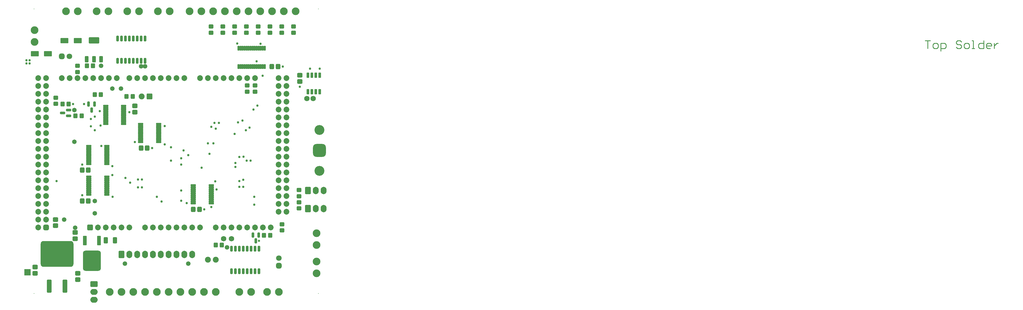
<source format=gts>
G04 Layer_Color=8388736*
%FSLAX25Y25*%
%MOIN*%
G70*
G01*
G75*
%ADD30C,0.01000*%
%ADD76R,0.08000X0.08000*%
G04:AMPARAMS|DCode=77|XSize=67.06mil|YSize=25.72mil|CornerRadius=6.22mil|HoleSize=0mil|Usage=FLASHONLY|Rotation=180.000|XOffset=0mil|YOffset=0mil|HoleType=Round|Shape=RoundedRectangle|*
%AMROUNDEDRECTD77*
21,1,0.06706,0.01329,0,0,180.0*
21,1,0.05463,0.02572,0,0,180.0*
1,1,0.01243,-0.02731,0.00664*
1,1,0.01243,0.02731,0.00664*
1,1,0.01243,0.02731,-0.00664*
1,1,0.01243,-0.02731,-0.00664*
%
%ADD77ROUNDEDRECTD77*%
G04:AMPARAMS|DCode=78|XSize=25.72mil|YSize=63.12mil|CornerRadius=8.43mil|HoleSize=0mil|Usage=FLASHONLY|Rotation=0.000|XOffset=0mil|YOffset=0mil|HoleType=Round|Shape=RoundedRectangle|*
%AMROUNDEDRECTD78*
21,1,0.02572,0.04626,0,0,0.0*
21,1,0.00886,0.06312,0,0,0.0*
1,1,0.01686,0.00443,-0.02313*
1,1,0.01686,-0.00443,-0.02313*
1,1,0.01686,-0.00443,0.02313*
1,1,0.01686,0.00443,0.02313*
%
%ADD78ROUNDEDRECTD78*%
G04:AMPARAMS|DCode=79|XSize=63.12mil|YSize=165.48mil|CornerRadius=12.27mil|HoleSize=0mil|Usage=FLASHONLY|Rotation=0.000|XOffset=0mil|YOffset=0mil|HoleType=Round|Shape=RoundedRectangle|*
%AMROUNDEDRECTD79*
21,1,0.06312,0.14094,0,0,0.0*
21,1,0.03858,0.16548,0,0,0.0*
1,1,0.02454,0.01929,-0.07047*
1,1,0.02454,-0.01929,-0.07047*
1,1,0.02454,-0.01929,0.07047*
1,1,0.02454,0.01929,0.07047*
%
%ADD79ROUNDEDRECTD79*%
G04:AMPARAMS|DCode=80|XSize=417.45mil|YSize=328.87mil|CornerRadius=36.09mil|HoleSize=0mil|Usage=FLASHONLY|Rotation=0.000|XOffset=0mil|YOffset=0mil|HoleType=Round|Shape=RoundedRectangle|*
%AMROUNDEDRECTD80*
21,1,0.41745,0.25669,0,0,0.0*
21,1,0.34528,0.32887,0,0,0.0*
1,1,0.07217,0.17264,-0.12835*
1,1,0.07217,-0.17264,-0.12835*
1,1,0.07217,-0.17264,0.12835*
1,1,0.07217,0.17264,0.12835*
%
%ADD80ROUNDEDRECTD80*%
G04:AMPARAMS|DCode=81|XSize=120.2mil|YSize=47.37mil|CornerRadius=8.92mil|HoleSize=0mil|Usage=FLASHONLY|Rotation=270.000|XOffset=0mil|YOffset=0mil|HoleType=Round|Shape=RoundedRectangle|*
%AMROUNDEDRECTD81*
21,1,0.12020,0.02953,0,0,270.0*
21,1,0.10236,0.04737,0,0,270.0*
1,1,0.01784,-0.01476,-0.05118*
1,1,0.01784,-0.01476,0.05118*
1,1,0.01784,0.01476,0.05118*
1,1,0.01784,0.01476,-0.05118*
%
%ADD81ROUNDEDRECTD81*%
G04:AMPARAMS|DCode=82|XSize=258mil|YSize=226.5mil|CornerRadius=31.31mil|HoleSize=0mil|Usage=FLASHONLY|Rotation=270.000|XOffset=0mil|YOffset=0mil|HoleType=Round|Shape=RoundedRectangle|*
%AMROUNDEDRECTD82*
21,1,0.25800,0.16388,0,0,270.0*
21,1,0.19537,0.22650,0,0,270.0*
1,1,0.06263,-0.08194,-0.09769*
1,1,0.06263,-0.08194,0.09769*
1,1,0.06263,0.08194,0.09769*
1,1,0.06263,0.08194,-0.09769*
%
%ADD82ROUNDEDRECTD82*%
G04:AMPARAMS|DCode=83|XSize=31.62mil|YSize=67.06mil|CornerRadius=6.95mil|HoleSize=0mil|Usage=FLASHONLY|Rotation=0.000|XOffset=0mil|YOffset=0mil|HoleType=Round|Shape=RoundedRectangle|*
%AMROUNDEDRECTD83*
21,1,0.03162,0.05315,0,0,0.0*
21,1,0.01772,0.06706,0,0,0.0*
1,1,0.01391,0.00886,-0.02657*
1,1,0.01391,-0.00886,-0.02657*
1,1,0.01391,-0.00886,0.02657*
1,1,0.01391,0.00886,0.02657*
%
%ADD83ROUNDEDRECTD83*%
G04:AMPARAMS|DCode=84|XSize=133.98mil|YSize=80.83mil|CornerRadius=13.1mil|HoleSize=0mil|Usage=FLASHONLY|Rotation=0.000|XOffset=0mil|YOffset=0mil|HoleType=Round|Shape=RoundedRectangle|*
%AMROUNDEDRECTD84*
21,1,0.13398,0.05463,0,0,0.0*
21,1,0.10778,0.08083,0,0,0.0*
1,1,0.02621,0.05389,-0.02731*
1,1,0.02621,-0.05389,-0.02731*
1,1,0.02621,-0.05389,0.02731*
1,1,0.02621,0.05389,0.02731*
%
%ADD84ROUNDEDRECTD84*%
G04:AMPARAMS|DCode=85|XSize=45.4mil|YSize=80.83mil|CornerRadius=8.68mil|HoleSize=0mil|Usage=FLASHONLY|Rotation=0.000|XOffset=0mil|YOffset=0mil|HoleType=Round|Shape=RoundedRectangle|*
%AMROUNDEDRECTD85*
21,1,0.04540,0.06348,0,0,0.0*
21,1,0.02805,0.08083,0,0,0.0*
1,1,0.01735,0.01403,-0.03174*
1,1,0.01735,-0.01403,-0.03174*
1,1,0.01735,-0.01403,0.03174*
1,1,0.01735,0.01403,0.03174*
%
%ADD85ROUNDEDRECTD85*%
G04:AMPARAMS|DCode=86|XSize=31.62mil|YSize=72.96mil|CornerRadius=6.36mil|HoleSize=0mil|Usage=FLASHONLY|Rotation=180.000|XOffset=0mil|YOffset=0mil|HoleType=Round|Shape=RoundedRectangle|*
%AMROUNDEDRECTD86*
21,1,0.03162,0.06024,0,0,180.0*
21,1,0.01890,0.07296,0,0,180.0*
1,1,0.01272,-0.00945,0.03012*
1,1,0.01272,0.00945,0.03012*
1,1,0.01272,0.00945,-0.03012*
1,1,0.01272,-0.00945,-0.03012*
%
%ADD86ROUNDEDRECTD86*%
G04:AMPARAMS|DCode=87|XSize=31.62mil|YSize=69.02mil|CornerRadius=6.95mil|HoleSize=0mil|Usage=FLASHONLY|Rotation=180.000|XOffset=0mil|YOffset=0mil|HoleType=Round|Shape=RoundedRectangle|*
%AMROUNDEDRECTD87*
21,1,0.03162,0.05512,0,0,180.0*
21,1,0.01772,0.06902,0,0,180.0*
1,1,0.01391,-0.00886,0.02756*
1,1,0.01391,0.00886,0.02756*
1,1,0.01391,0.00886,-0.02756*
1,1,0.01391,-0.00886,-0.02756*
%
%ADD87ROUNDEDRECTD87*%
G04:AMPARAMS|DCode=88|XSize=61.15mil|YSize=51.31mil|CornerRadius=9.41mil|HoleSize=0mil|Usage=FLASHONLY|Rotation=270.000|XOffset=0mil|YOffset=0mil|HoleType=Round|Shape=RoundedRectangle|*
%AMROUNDEDRECTD88*
21,1,0.06115,0.03248,0,0,270.0*
21,1,0.04232,0.05131,0,0,270.0*
1,1,0.01883,-0.01624,-0.02116*
1,1,0.01883,-0.01624,0.02116*
1,1,0.01883,0.01624,0.02116*
1,1,0.01883,0.01624,-0.02116*
%
%ADD88ROUNDEDRECTD88*%
G04:AMPARAMS|DCode=89|XSize=69.02mil|YSize=100.52mil|CornerRadius=10.1mil|HoleSize=0mil|Usage=FLASHONLY|Rotation=90.000|XOffset=0mil|YOffset=0mil|HoleType=Round|Shape=RoundedRectangle|*
%AMROUNDEDRECTD89*
21,1,0.06902,0.08031,0,0,90.0*
21,1,0.04882,0.10052,0,0,90.0*
1,1,0.02020,0.04016,0.02441*
1,1,0.02020,0.04016,-0.02441*
1,1,0.02020,-0.04016,-0.02441*
1,1,0.02020,-0.04016,0.02441*
%
%ADD89ROUNDEDRECTD89*%
G04:AMPARAMS|DCode=90|XSize=78.87mil|YSize=53.28mil|CornerRadius=9.66mil|HoleSize=0mil|Usage=FLASHONLY|Rotation=90.000|XOffset=0mil|YOffset=0mil|HoleType=Round|Shape=RoundedRectangle|*
%AMROUNDEDRECTD90*
21,1,0.07887,0.03396,0,0,90.0*
21,1,0.05955,0.05328,0,0,90.0*
1,1,0.01932,0.01698,0.02977*
1,1,0.01932,0.01698,-0.02977*
1,1,0.01932,-0.01698,-0.02977*
1,1,0.01932,-0.01698,0.02977*
%
%ADD90ROUNDEDRECTD90*%
G04:AMPARAMS|DCode=91|XSize=67.06mil|YSize=57.21mil|CornerRadius=10.15mil|HoleSize=0mil|Usage=FLASHONLY|Rotation=0.000|XOffset=0mil|YOffset=0mil|HoleType=Round|Shape=RoundedRectangle|*
%AMROUNDEDRECTD91*
21,1,0.06706,0.03691,0,0,0.0*
21,1,0.04675,0.05721,0,0,0.0*
1,1,0.02030,0.02338,-0.01845*
1,1,0.02030,-0.02338,-0.01845*
1,1,0.02030,-0.02338,0.01845*
1,1,0.02030,0.02338,0.01845*
%
%ADD91ROUNDEDRECTD91*%
G04:AMPARAMS|DCode=92|XSize=31.62mil|YSize=67.06mil|CornerRadius=6.95mil|HoleSize=0mil|Usage=FLASHONLY|Rotation=270.000|XOffset=0mil|YOffset=0mil|HoleType=Round|Shape=RoundedRectangle|*
%AMROUNDEDRECTD92*
21,1,0.03162,0.05315,0,0,270.0*
21,1,0.01772,0.06706,0,0,270.0*
1,1,0.01391,-0.02657,-0.00886*
1,1,0.01391,-0.02657,0.00886*
1,1,0.01391,0.02657,0.00886*
1,1,0.01391,0.02657,-0.00886*
%
%ADD92ROUNDEDRECTD92*%
G04:AMPARAMS|DCode=93|XSize=61.15mil|YSize=51.31mil|CornerRadius=9.41mil|HoleSize=0mil|Usage=FLASHONLY|Rotation=180.000|XOffset=0mil|YOffset=0mil|HoleType=Round|Shape=RoundedRectangle|*
%AMROUNDEDRECTD93*
21,1,0.06115,0.03248,0,0,180.0*
21,1,0.04232,0.05131,0,0,180.0*
1,1,0.01883,-0.02116,0.01624*
1,1,0.01883,0.02116,0.01624*
1,1,0.01883,0.02116,-0.01624*
1,1,0.01883,-0.02116,-0.01624*
%
%ADD93ROUNDEDRECTD93*%
G04:AMPARAMS|DCode=94|XSize=67.06mil|YSize=57.21mil|CornerRadius=10.15mil|HoleSize=0mil|Usage=FLASHONLY|Rotation=90.000|XOffset=0mil|YOffset=0mil|HoleType=Round|Shape=RoundedRectangle|*
%AMROUNDEDRECTD94*
21,1,0.06706,0.03691,0,0,90.0*
21,1,0.04675,0.05721,0,0,90.0*
1,1,0.02030,0.01845,0.02338*
1,1,0.02030,0.01845,-0.02338*
1,1,0.02030,-0.01845,-0.02338*
1,1,0.02030,-0.01845,0.02338*
%
%ADD94ROUNDEDRECTD94*%
%ADD95C,0.00800*%
%ADD96C,0.07493*%
G04:AMPARAMS|DCode=97|XSize=74.93mil|YSize=74.93mil|CornerRadius=12.37mil|HoleSize=0mil|Usage=FLASHONLY|Rotation=180.000|XOffset=0mil|YOffset=0mil|HoleType=Round|Shape=RoundedRectangle|*
%AMROUNDEDRECTD97*
21,1,0.07493,0.05020,0,0,180.0*
21,1,0.05020,0.07493,0,0,180.0*
1,1,0.02473,-0.02510,0.02510*
1,1,0.02473,0.02510,0.02510*
1,1,0.02473,0.02510,-0.02510*
1,1,0.02473,-0.02510,-0.02510*
%
%ADD97ROUNDEDRECTD97*%
%ADD98C,0.07300*%
G04:AMPARAMS|DCode=99|XSize=73mil|YSize=73mil|CornerRadius=20.25mil|HoleSize=0mil|Usage=FLASHONLY|Rotation=90.000|XOffset=0mil|YOffset=0mil|HoleType=Round|Shape=RoundedRectangle|*
%AMROUNDEDRECTD99*
21,1,0.07300,0.03250,0,0,90.0*
21,1,0.03250,0.07300,0,0,90.0*
1,1,0.04050,0.01625,0.01625*
1,1,0.04050,0.01625,-0.01625*
1,1,0.04050,-0.01625,-0.01625*
1,1,0.04050,-0.01625,0.01625*
%
%ADD99ROUNDEDRECTD99*%
G04:AMPARAMS|DCode=100|XSize=75mil|YSize=93mil|CornerRadius=12.38mil|HoleSize=0mil|Usage=FLASHONLY|Rotation=0.000|XOffset=0mil|YOffset=0mil|HoleType=Round|Shape=RoundedRectangle|*
%AMROUNDEDRECTD100*
21,1,0.07500,0.06825,0,0,0.0*
21,1,0.05025,0.09300,0,0,0.0*
1,1,0.02475,0.02513,-0.03413*
1,1,0.02475,-0.02513,-0.03413*
1,1,0.02475,-0.02513,0.03413*
1,1,0.02475,0.02513,0.03413*
%
%ADD100ROUNDEDRECTD100*%
%ADD101O,0.07500X0.09300*%
%ADD102C,0.06800*%
G04:AMPARAMS|DCode=103|XSize=70.99mil|YSize=70.99mil|CornerRadius=19.75mil|HoleSize=0mil|Usage=FLASHONLY|Rotation=0.000|XOffset=0mil|YOffset=0mil|HoleType=Round|Shape=RoundedRectangle|*
%AMROUNDEDRECTD103*
21,1,0.07099,0.03150,0,0,0.0*
21,1,0.03150,0.07099,0,0,0.0*
1,1,0.03950,0.01575,-0.01575*
1,1,0.03950,-0.01575,-0.01575*
1,1,0.03950,-0.01575,0.01575*
1,1,0.03950,0.01575,0.01575*
%
%ADD103ROUNDEDRECTD103*%
%ADD104C,0.07099*%
%ADD105C,0.12611*%
G04:AMPARAMS|DCode=106|XSize=163.9mil|YSize=163.9mil|CornerRadius=42.98mil|HoleSize=0mil|Usage=FLASHONLY|Rotation=270.000|XOffset=0mil|YOffset=0mil|HoleType=Round|Shape=RoundedRectangle|*
%AMROUNDEDRECTD106*
21,1,0.16390,0.07795,0,0,270.0*
21,1,0.07795,0.16390,0,0,270.0*
1,1,0.08595,-0.03898,-0.03898*
1,1,0.08595,-0.03898,0.03898*
1,1,0.08595,0.03898,0.03898*
1,1,0.08595,0.03898,-0.03898*
%
%ADD106ROUNDEDRECTD106*%
G04:AMPARAMS|DCode=107|XSize=73mil|YSize=73mil|CornerRadius=12.13mil|HoleSize=0mil|Usage=FLASHONLY|Rotation=0.000|XOffset=0mil|YOffset=0mil|HoleType=Round|Shape=RoundedRectangle|*
%AMROUNDEDRECTD107*
21,1,0.07300,0.04875,0,0,0.0*
21,1,0.04875,0.07300,0,0,0.0*
1,1,0.02425,0.02438,-0.02438*
1,1,0.02425,-0.02438,-0.02438*
1,1,0.02425,-0.02438,0.02438*
1,1,0.02425,0.02438,0.02438*
%
%ADD107ROUNDEDRECTD107*%
%ADD108C,0.09800*%
G04:AMPARAMS|DCode=109|XSize=70.99mil|YSize=70.99mil|CornerRadius=19.75mil|HoleSize=0mil|Usage=FLASHONLY|Rotation=90.000|XOffset=0mil|YOffset=0mil|HoleType=Round|Shape=RoundedRectangle|*
%AMROUNDEDRECTD109*
21,1,0.07099,0.03150,0,0,90.0*
21,1,0.03150,0.07099,0,0,90.0*
1,1,0.03950,0.01575,0.01575*
1,1,0.03950,0.01575,-0.01575*
1,1,0.03950,-0.01575,-0.01575*
1,1,0.03950,-0.01575,0.01575*
%
%ADD109ROUNDEDRECTD109*%
%ADD110O,0.09300X0.07500*%
G04:AMPARAMS|DCode=111|XSize=75mil|YSize=93mil|CornerRadius=12.38mil|HoleSize=0mil|Usage=FLASHONLY|Rotation=270.000|XOffset=0mil|YOffset=0mil|HoleType=Round|Shape=RoundedRectangle|*
%AMROUNDEDRECTD111*
21,1,0.07500,0.06825,0,0,270.0*
21,1,0.05025,0.09300,0,0,270.0*
1,1,0.02475,-0.03413,-0.02513*
1,1,0.02475,-0.03413,0.02513*
1,1,0.02475,0.03413,0.02513*
1,1,0.02475,0.03413,-0.02513*
%
%ADD111ROUNDEDRECTD111*%
%ADD112C,0.05800*%
%ADD113C,0.03000*%
%ADD114C,0.02800*%
D30*
X1150000Y337497D02*
X1156665D01*
X1153332D01*
Y327500D01*
X1161663D02*
X1164995D01*
X1166661Y329166D01*
Y332498D01*
X1164995Y334165D01*
X1161663D01*
X1159997Y332498D01*
Y329166D01*
X1161663Y327500D01*
X1169994Y324168D02*
Y334165D01*
X1174992D01*
X1176658Y332498D01*
Y329166D01*
X1174992Y327500D01*
X1169994D01*
X1196652Y335831D02*
X1194985Y337497D01*
X1191653D01*
X1189987Y335831D01*
Y334165D01*
X1191653Y332498D01*
X1194985D01*
X1196652Y330832D01*
Y329166D01*
X1194985Y327500D01*
X1191653D01*
X1189987Y329166D01*
X1201650Y327500D02*
X1204982D01*
X1206648Y329166D01*
Y332498D01*
X1204982Y334165D01*
X1201650D01*
X1199984Y332498D01*
Y329166D01*
X1201650Y327500D01*
X1209981D02*
X1213313D01*
X1211647D01*
Y337497D01*
X1209981D01*
X1224976D02*
Y327500D01*
X1219977D01*
X1218311Y329166D01*
Y332498D01*
X1219977Y334165D01*
X1224976D01*
X1233307Y327500D02*
X1229974D01*
X1228308Y329166D01*
Y332498D01*
X1229974Y334165D01*
X1233307D01*
X1234973Y332498D01*
Y330832D01*
X1228308D01*
X1238305Y334165D02*
Y327500D01*
Y330832D01*
X1239971Y332498D01*
X1241637Y334165D01*
X1243303D01*
D76*
X7500Y43000D02*
D03*
D77*
X108417Y141484D02*
D03*
Y144043D02*
D03*
Y146602D02*
D03*
Y149161D02*
D03*
Y151720D02*
D03*
Y154280D02*
D03*
Y156839D02*
D03*
Y159398D02*
D03*
Y161957D02*
D03*
Y164516D02*
D03*
X85583Y141484D02*
D03*
Y144043D02*
D03*
Y146602D02*
D03*
Y149161D02*
D03*
Y151720D02*
D03*
Y154280D02*
D03*
Y156839D02*
D03*
Y159398D02*
D03*
Y161957D02*
D03*
Y164516D02*
D03*
X107083Y254516D02*
D03*
Y251957D02*
D03*
Y249398D02*
D03*
Y246839D02*
D03*
Y244280D02*
D03*
Y241721D02*
D03*
Y239161D02*
D03*
Y236602D02*
D03*
Y234043D02*
D03*
Y231484D02*
D03*
X129917Y254516D02*
D03*
Y251957D02*
D03*
Y249398D02*
D03*
Y246839D02*
D03*
Y244280D02*
D03*
Y241721D02*
D03*
Y239161D02*
D03*
Y236602D02*
D03*
Y234043D02*
D03*
Y231484D02*
D03*
X241368Y130362D02*
D03*
Y132921D02*
D03*
Y135480D02*
D03*
Y138039D02*
D03*
Y140598D02*
D03*
Y143157D02*
D03*
Y145717D02*
D03*
Y148276D02*
D03*
Y150835D02*
D03*
Y153394D02*
D03*
X218533Y130362D02*
D03*
Y132921D02*
D03*
Y135480D02*
D03*
Y138039D02*
D03*
Y140598D02*
D03*
Y143157D02*
D03*
Y145717D02*
D03*
Y148276D02*
D03*
Y150835D02*
D03*
Y153394D02*
D03*
X174417Y208484D02*
D03*
Y211043D02*
D03*
Y213602D02*
D03*
Y216161D02*
D03*
Y218721D02*
D03*
Y221280D02*
D03*
Y223839D02*
D03*
Y226398D02*
D03*
Y228957D02*
D03*
Y231516D02*
D03*
X151583Y208484D02*
D03*
Y211043D02*
D03*
Y213602D02*
D03*
Y216161D02*
D03*
Y218721D02*
D03*
Y221280D02*
D03*
Y223839D02*
D03*
Y226398D02*
D03*
Y228957D02*
D03*
Y231516D02*
D03*
X108417Y180484D02*
D03*
Y183043D02*
D03*
Y185602D02*
D03*
Y188161D02*
D03*
Y190720D02*
D03*
Y193280D02*
D03*
Y195839D02*
D03*
Y198398D02*
D03*
Y200957D02*
D03*
Y203516D02*
D03*
X85583Y180484D02*
D03*
Y183043D02*
D03*
Y185602D02*
D03*
Y188161D02*
D03*
Y190720D02*
D03*
Y193280D02*
D03*
Y195839D02*
D03*
Y198398D02*
D03*
Y200957D02*
D03*
Y203516D02*
D03*
D78*
X276162Y304500D02*
D03*
X278720D02*
D03*
X281280D02*
D03*
X283839D02*
D03*
X286398D02*
D03*
X288957D02*
D03*
X291516D02*
D03*
X294075D02*
D03*
X296634D02*
D03*
X299193D02*
D03*
X301752D02*
D03*
X304311D02*
D03*
X306870D02*
D03*
X309429D02*
D03*
X276162Y327728D02*
D03*
X278720D02*
D03*
X281280D02*
D03*
X283839D02*
D03*
X286398D02*
D03*
X288957D02*
D03*
X291516D02*
D03*
X294075D02*
D03*
X296634D02*
D03*
X299193D02*
D03*
X301752D02*
D03*
X304311D02*
D03*
X306870D02*
D03*
X309429D02*
D03*
D79*
X35000Y25091D02*
D03*
X55000D02*
D03*
D80*
X45000Y66035D02*
D03*
D81*
X80484Y83339D02*
D03*
X98516D02*
D03*
D82*
X89500Y57551D02*
D03*
D83*
X298240Y82760D02*
D03*
X294500Y90240D02*
D03*
X301980D02*
D03*
X89000Y249260D02*
D03*
X85260Y256740D02*
D03*
X92740D02*
D03*
D84*
X92000Y338008D02*
D03*
D85*
X101055Y313992D02*
D03*
X92000Y313992D02*
D03*
X82945Y313992D02*
D03*
D86*
X157000Y340272D02*
D03*
X152000D02*
D03*
X147000D02*
D03*
X142000D02*
D03*
X137000D02*
D03*
X132000D02*
D03*
X127000D02*
D03*
X122000D02*
D03*
X157000Y311728D02*
D03*
X152000Y311728D02*
D03*
X147000Y311728D02*
D03*
X142000D02*
D03*
X137000D02*
D03*
X132000D02*
D03*
X127000Y311728D02*
D03*
X122000Y311728D02*
D03*
X302000Y72772D02*
D03*
X297000D02*
D03*
X292000D02*
D03*
X287000D02*
D03*
X282000D02*
D03*
X277000D02*
D03*
X272000D02*
D03*
X267000D02*
D03*
X302000Y44228D02*
D03*
X297000D02*
D03*
X292000D02*
D03*
X287000D02*
D03*
X282000D02*
D03*
X277000D02*
D03*
X272000D02*
D03*
X267000D02*
D03*
D87*
X379500Y293630D02*
D03*
X374500D02*
D03*
X369500D02*
D03*
X364500D02*
D03*
X379500Y272370D02*
D03*
X374500D02*
D03*
X369500D02*
D03*
X364500D02*
D03*
D88*
X76437Y241760D02*
D03*
X68563D02*
D03*
X52063Y257000D02*
D03*
X59937D02*
D03*
X133465Y266535D02*
D03*
X141339D02*
D03*
X93063Y269000D02*
D03*
X100937D02*
D03*
X316437Y90000D02*
D03*
X308563D02*
D03*
X83063Y305500D02*
D03*
X90937D02*
D03*
X254937Y77500D02*
D03*
X247063D02*
D03*
D89*
X71465Y337500D02*
D03*
X54535D02*
D03*
X33630Y320866D02*
D03*
X16701D02*
D03*
D90*
X118905Y83500D02*
D03*
X107095D02*
D03*
D91*
X68000Y93437D02*
D03*
Y85563D02*
D03*
X17000Y41563D02*
D03*
Y49437D02*
D03*
X43000Y102063D02*
D03*
Y109937D02*
D03*
X354000Y293437D02*
D03*
Y285563D02*
D03*
X144000Y254437D02*
D03*
Y246563D02*
D03*
X71500Y41437D02*
D03*
Y33563D02*
D03*
D92*
X52260Y245500D02*
D03*
X59740Y249240D02*
D03*
Y241760D02*
D03*
D93*
X353000Y147437D02*
D03*
Y139563D02*
D03*
Y124063D02*
D03*
Y131937D02*
D03*
X241311Y347563D02*
D03*
Y355437D02*
D03*
X256311Y347563D02*
D03*
Y355437D02*
D03*
X331500Y103937D02*
D03*
Y96063D02*
D03*
X43500Y257063D02*
D03*
Y264937D02*
D03*
X297000Y272563D02*
D03*
Y280437D02*
D03*
X287000Y272563D02*
D03*
Y280437D02*
D03*
X346311Y355437D02*
D03*
Y347563D02*
D03*
X331311Y355437D02*
D03*
Y347563D02*
D03*
X316311Y355437D02*
D03*
Y347563D02*
D03*
X271311Y355437D02*
D03*
Y347563D02*
D03*
X301311Y355437D02*
D03*
Y347563D02*
D03*
X286311Y355437D02*
D03*
Y347563D02*
D03*
X71000Y297563D02*
D03*
Y305437D02*
D03*
D94*
X218563Y123000D02*
D03*
X226437D02*
D03*
X152063Y201000D02*
D03*
X159937D02*
D03*
X84937Y173000D02*
D03*
X77063D02*
D03*
X84937Y133500D02*
D03*
X77063D02*
D03*
X326437Y304500D02*
D03*
X318563D02*
D03*
D95*
X377953Y377953D02*
D03*
X15748D02*
D03*
Y15748D02*
D03*
X377953D02*
D03*
D96*
X237000Y59000D02*
D03*
X247000D02*
D03*
X152874Y266535D02*
D03*
D97*
X162874D02*
D03*
D98*
X31000Y270000D02*
D03*
X21000D02*
D03*
X31000Y280000D02*
D03*
X21000D02*
D03*
X31000Y290000D02*
D03*
X21000D02*
D03*
Y260000D02*
D03*
X31000D02*
D03*
X21000Y250000D02*
D03*
X31000D02*
D03*
X21000Y240000D02*
D03*
X31000D02*
D03*
X21000Y230000D02*
D03*
X31000D02*
D03*
X21000Y220000D02*
D03*
X31000D02*
D03*
X21000Y210000D02*
D03*
X31000D02*
D03*
X21000Y200000D02*
D03*
X31000D02*
D03*
X21000Y190000D02*
D03*
X31000D02*
D03*
X21000Y180000D02*
D03*
X31000D02*
D03*
X21000Y170000D02*
D03*
X31000D02*
D03*
X21000Y160000D02*
D03*
X31000D02*
D03*
X21000Y150000D02*
D03*
X31000D02*
D03*
Y110000D02*
D03*
X21000D02*
D03*
X31000Y120000D02*
D03*
X21000D02*
D03*
X31000Y130000D02*
D03*
X21000D02*
D03*
X31000Y140000D02*
D03*
X21000D02*
D03*
Y100000D02*
D03*
X217000D02*
D03*
X187000D02*
D03*
X197000D02*
D03*
X207000D02*
D03*
X157000D02*
D03*
X167000D02*
D03*
X177000D02*
D03*
X137000D02*
D03*
X127000D02*
D03*
X117000D02*
D03*
X107000D02*
D03*
X97000D02*
D03*
X227000D02*
D03*
X317000D02*
D03*
X267000D02*
D03*
X257000D02*
D03*
X247000D02*
D03*
X297000D02*
D03*
X287000D02*
D03*
X277000D02*
D03*
X307000D02*
D03*
X337000Y170000D02*
D03*
Y140000D02*
D03*
Y150000D02*
D03*
Y160000D02*
D03*
Y290000D02*
D03*
Y120000D02*
D03*
Y130000D02*
D03*
Y180000D02*
D03*
Y250000D02*
D03*
Y220000D02*
D03*
Y230000D02*
D03*
Y240000D02*
D03*
Y190000D02*
D03*
Y200000D02*
D03*
Y210000D02*
D03*
Y260000D02*
D03*
X327000Y170000D02*
D03*
Y140000D02*
D03*
Y150000D02*
D03*
Y160000D02*
D03*
Y290000D02*
D03*
Y120000D02*
D03*
Y130000D02*
D03*
Y180000D02*
D03*
Y250000D02*
D03*
Y220000D02*
D03*
Y230000D02*
D03*
Y240000D02*
D03*
Y190000D02*
D03*
Y200000D02*
D03*
Y210000D02*
D03*
Y260000D02*
D03*
Y280000D02*
D03*
Y270000D02*
D03*
X337000Y280000D02*
D03*
Y270000D02*
D03*
X111000Y290000D02*
D03*
X81000D02*
D03*
X91000D02*
D03*
X101000D02*
D03*
X51000D02*
D03*
X61000D02*
D03*
X71000D02*
D03*
X121000D02*
D03*
X197000D02*
D03*
X167000D02*
D03*
X177000D02*
D03*
X187000D02*
D03*
X137000D02*
D03*
X147000D02*
D03*
X157000D02*
D03*
X207000D02*
D03*
X287000D02*
D03*
X257000D02*
D03*
X267000D02*
D03*
X277000D02*
D03*
X227000D02*
D03*
X237000D02*
D03*
X247000D02*
D03*
X297000D02*
D03*
D99*
X31000Y100000D02*
D03*
D100*
X364500Y124000D02*
D03*
X127000Y65500D02*
D03*
X364500Y147000D02*
D03*
D101*
X374500Y124000D02*
D03*
X384500D02*
D03*
X217000Y65500D02*
D03*
X207000D02*
D03*
X197000D02*
D03*
X187000D02*
D03*
X177000D02*
D03*
X167000D02*
D03*
X157000D02*
D03*
X147000D02*
D03*
X137000D02*
D03*
X374500Y147000D02*
D03*
X384500D02*
D03*
D102*
X363000Y264000D02*
D03*
X371000D02*
D03*
X267000Y85626D02*
D03*
X257000D02*
D03*
D103*
X51079Y317500D02*
D03*
D104*
X60921D02*
D03*
X327500Y60921D02*
D03*
D105*
X379000Y223984D02*
D03*
Y172016D02*
D03*
D106*
Y198000D02*
D03*
D107*
X87000Y100000D02*
D03*
D108*
X95500Y375000D02*
D03*
X110500D02*
D03*
X127000Y18000D02*
D03*
X112000D02*
D03*
X142000D02*
D03*
X157000D02*
D03*
X172000D02*
D03*
X187000D02*
D03*
X202000D02*
D03*
X217000D02*
D03*
X232000D02*
D03*
X247000D02*
D03*
X327500D02*
D03*
X312500D02*
D03*
X277000D02*
D03*
X292000D02*
D03*
X213811Y375000D02*
D03*
X228811D02*
D03*
X243811D02*
D03*
X258811D02*
D03*
X273811D02*
D03*
X288811D02*
D03*
X303811D02*
D03*
X318811D02*
D03*
X348811D02*
D03*
X333811D02*
D03*
X375500Y92500D02*
D03*
Y77500D02*
D03*
X16500Y351000D02*
D03*
Y336000D02*
D03*
X375500Y56500D02*
D03*
Y41500D02*
D03*
X56500Y375000D02*
D03*
X71500D02*
D03*
X173500D02*
D03*
X188500D02*
D03*
X134500D02*
D03*
X149500D02*
D03*
D109*
X327500Y51079D02*
D03*
D110*
X92000Y8000D02*
D03*
Y18000D02*
D03*
D111*
Y28000D02*
D03*
D112*
X157000Y305000D02*
D03*
X152000Y305000D02*
D03*
X101000Y305500D02*
D03*
X126500Y276500D02*
D03*
X115500D02*
D03*
X68000Y99500D02*
D03*
X261500Y74500D02*
D03*
X131500Y54000D02*
D03*
X212000D02*
D03*
X67000Y209000D02*
D03*
X93063Y133500D02*
D03*
X93000Y118000D02*
D03*
X54000Y110000D02*
D03*
X67000Y249240D02*
D03*
D113*
X354000Y279000D02*
D03*
X306870Y293000D02*
D03*
X379500Y302000D02*
D03*
X367000D02*
D03*
X274500Y334000D02*
D03*
X241500Y126000D02*
D03*
X93000Y223500D02*
D03*
X79500Y256740D02*
D03*
X88000Y238000D02*
D03*
Y228500D02*
D03*
X203000Y147000D02*
D03*
Y180000D02*
D03*
Y188000D02*
D03*
X190000Y185000D02*
D03*
X296000Y139000D02*
D03*
Y129000D02*
D03*
X304311Y333500D02*
D03*
X251000Y233000D02*
D03*
X245500D02*
D03*
X241500Y228000D02*
D03*
X272000Y177000D02*
D03*
Y182000D02*
D03*
X166000Y201000D02*
D03*
X144000Y208500D02*
D03*
X100500Y229500D02*
D03*
X115500Y178000D02*
D03*
Y166500D02*
D03*
X190000Y202000D02*
D03*
X239000Y193500D02*
D03*
X247000Y225500D02*
D03*
X210122Y130878D02*
D03*
X290000Y227000D02*
D03*
X203000Y134000D02*
D03*
X77000Y141000D02*
D03*
X182000Y205500D02*
D03*
X137000Y246500D02*
D03*
X248000Y148276D02*
D03*
X232500Y123000D02*
D03*
X148000Y161000D02*
D03*
X132000Y163000D02*
D03*
X138000Y157000D02*
D03*
X148000Y151000D02*
D03*
X153000Y161000D02*
D03*
Y151000D02*
D03*
X99500Y248000D02*
D03*
X182000Y228957D02*
D03*
X101516Y203516D02*
D03*
X77000Y180000D02*
D03*
X206000Y198000D02*
D03*
X212000Y192000D02*
D03*
X300000Y255000D02*
D03*
X295000Y250000D02*
D03*
X178000Y133000D02*
D03*
X172000Y139000D02*
D03*
X244000Y207000D02*
D03*
X237000D02*
D03*
X271000Y219000D02*
D03*
X282500Y190000D02*
D03*
X286500Y185000D02*
D03*
X5500Y45000D02*
D03*
Y41000D02*
D03*
X9500D02*
D03*
Y45000D02*
D03*
X332500Y304500D02*
D03*
X93000Y241000D02*
D03*
X229000Y176000D02*
D03*
X246500Y158500D02*
D03*
X282000Y160500D02*
D03*
Y151500D02*
D03*
X277000D02*
D03*
Y159000D02*
D03*
X44500D02*
D03*
X291500Y185000D02*
D03*
X277000Y189500D02*
D03*
X285500Y223500D02*
D03*
X281000Y236000D02*
D03*
X275500Y233500D02*
D03*
X299213Y311024D02*
D03*
X115795Y139000D02*
D03*
X65500Y257000D02*
D03*
X10236Y312598D02*
D03*
Y308598D02*
D03*
X6236D02*
D03*
Y312598D02*
D03*
D114*
X82000Y67500D02*
D03*
X87000D02*
D03*
X92000D02*
D03*
X97000D02*
D03*
Y47500D02*
D03*
X92000D02*
D03*
X87000D02*
D03*
X82000D02*
D03*
X97000Y52500D02*
D03*
X92000D02*
D03*
X87000D02*
D03*
X82000D02*
D03*
Y57500D02*
D03*
X87000D02*
D03*
X92000D02*
D03*
X97000D02*
D03*
Y62500D02*
D03*
X92000D02*
D03*
X87000D02*
D03*
X82000D02*
D03*
X28500Y78000D02*
D03*
X33500D02*
D03*
X38500D02*
D03*
X43500D02*
D03*
X48500D02*
D03*
X53500D02*
D03*
X58500D02*
D03*
X63500D02*
D03*
X28500Y73000D02*
D03*
X63500D02*
D03*
X58500D02*
D03*
X53500D02*
D03*
X48500D02*
D03*
X43500D02*
D03*
X38500D02*
D03*
X33500D02*
D03*
Y68000D02*
D03*
X38500D02*
D03*
X43500D02*
D03*
X48500D02*
D03*
X53500D02*
D03*
X58500D02*
D03*
X63500D02*
D03*
X28500D02*
D03*
X33500Y63000D02*
D03*
X38500D02*
D03*
X43500D02*
D03*
X48500D02*
D03*
X53500D02*
D03*
X58500D02*
D03*
X63500D02*
D03*
X28500D02*
D03*
X33500Y58000D02*
D03*
X38500D02*
D03*
X43500D02*
D03*
X48500D02*
D03*
X53500D02*
D03*
X58500D02*
D03*
X63500D02*
D03*
X28500D02*
D03*
X33500Y53000D02*
D03*
X38500D02*
D03*
X43500D02*
D03*
X48500D02*
D03*
X53500D02*
D03*
X58500D02*
D03*
X63500D02*
D03*
X28500D02*
D03*
X302240Y82760D02*
D03*
M02*

</source>
